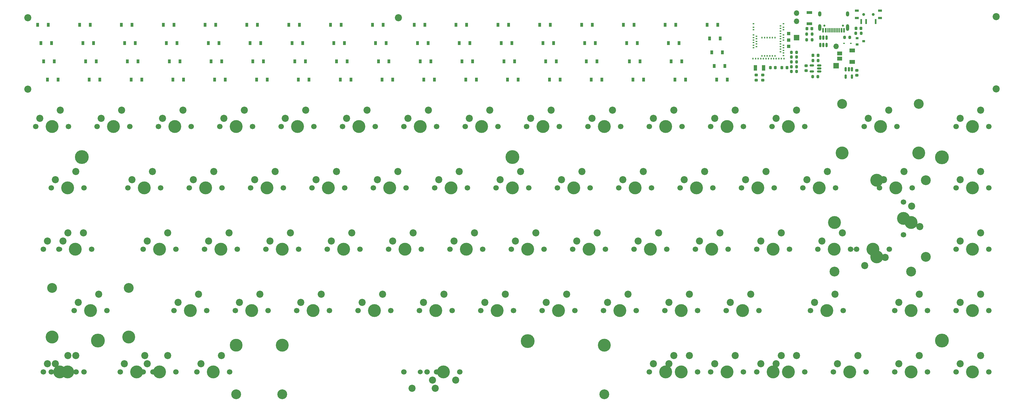
<source format=gbr>
%TF.GenerationSoftware,KiCad,Pcbnew,(5.99.0-8557-g8988e46ab1)*%
%TF.CreationDate,2021-03-07T20:49:40-07:00*%
%TF.ProjectId,SF65,53463635-2e6b-4696-9361-645f70636258,rev?*%
%TF.SameCoordinates,Original*%
%TF.FileFunction,Soldermask,Top*%
%TF.FilePolarity,Negative*%
%FSLAX46Y46*%
G04 Gerber Fmt 4.6, Leading zero omitted, Abs format (unit mm)*
G04 Created by KiCad (PCBNEW (5.99.0-8557-g8988e46ab1)) date 2021-03-07 20:49:40*
%MOMM*%
%LPD*%
G01*
G04 APERTURE LIST*
G04 Aperture macros list*
%AMRoundRect*
0 Rectangle with rounded corners*
0 $1 Rounding radius*
0 $2 $3 $4 $5 $6 $7 $8 $9 X,Y pos of 4 corners*
0 Add a 4 corners polygon primitive as box body*
4,1,4,$2,$3,$4,$5,$6,$7,$8,$9,$2,$3,0*
0 Add four circle primitives for the rounded corners*
1,1,$1+$1,$2,$3*
1,1,$1+$1,$4,$5*
1,1,$1+$1,$6,$7*
1,1,$1+$1,$8,$9*
0 Add four rect primitives between the rounded corners*
20,1,$1+$1,$2,$3,$4,$5,0*
20,1,$1+$1,$4,$5,$6,$7,0*
20,1,$1+$1,$6,$7,$8,$9,0*
20,1,$1+$1,$8,$9,$2,$3,0*%
G04 Aperture macros list end*
%ADD10R,0.900000X1.200000*%
%ADD11C,1.700000*%
%ADD12C,4.000000*%
%ADD13C,2.200000*%
%ADD14C,4.300000*%
%ADD15RoundRect,0.200000X-0.200000X-0.275000X0.200000X-0.275000X0.200000X0.275000X-0.200000X0.275000X0*%
%ADD16RoundRect,0.200000X0.200000X0.275000X-0.200000X0.275000X-0.200000X-0.275000X0.200000X-0.275000X0*%
%ADD17RoundRect,0.150000X-0.150000X0.512500X-0.150000X-0.512500X0.150000X-0.512500X0.150000X0.512500X0*%
%ADD18R,1.000000X1.000000*%
%ADD19RoundRect,0.225000X-0.250000X0.225000X-0.250000X-0.225000X0.250000X-0.225000X0.250000X0.225000X0*%
%ADD20C,1.524000*%
%ADD21C,3.050000*%
%ADD22R,1.000000X1.800000*%
%ADD23RoundRect,0.225000X0.225000X0.250000X-0.225000X0.250000X-0.225000X-0.250000X0.225000X-0.250000X0*%
%ADD24RoundRect,0.218750X0.218750X0.256250X-0.218750X0.256250X-0.218750X-0.256250X0.218750X-0.256250X0*%
%ADD25R,1.700000X1.700000*%
%ADD26O,1.700000X1.700000*%
%ADD27RoundRect,0.150000X0.512500X0.150000X-0.512500X0.150000X-0.512500X-0.150000X0.512500X-0.150000X0*%
%ADD28R,0.600000X0.400000*%
%ADD29R,0.400000X0.600000*%
%ADD30R,1.550000X1.200000*%
%ADD31R,1.800000X1.200000*%
%ADD32R,0.600000X0.450000*%
%ADD33C,0.650000*%
%ADD34R,0.600000X1.450000*%
%ADD35R,0.300000X1.450000*%
%ADD36O,1.000000X2.100000*%
%ADD37O,1.000000X1.600000*%
%ADD38C,0.900000*%
%ADD39R,0.600000X1.524000*%
%ADD40R,1.200000X0.700000*%
%ADD41RoundRect,0.225000X0.250000X-0.225000X0.250000X0.225000X-0.250000X0.225000X-0.250000X-0.225000X0*%
%ADD42C,3.048000*%
%ADD43C,3.987800*%
%ADD44RoundRect,0.225000X-0.225000X-0.250000X0.225000X-0.250000X0.225000X0.250000X-0.225000X0.250000X0*%
%ADD45R,0.900000X0.800000*%
%ADD46R,1.700000X0.900000*%
G04 APERTURE END LIST*
D10*
%TO.C,D59*%
X200760000Y-7796666D03*
X197460000Y-7796666D03*
%TD*%
D11*
%TO.C,SW55*%
X222280000Y-90805000D03*
X232440000Y-90805000D03*
D12*
X227360000Y-90805000D03*
D13*
X229900000Y-85725000D03*
X223550000Y-88265000D03*
%TD*%
D14*
%TO.C,H10*%
X46322500Y-100180000D03*
%TD*%
D10*
%TO.C,D33*%
X123690273Y-13463332D03*
X120390273Y-13463332D03*
%TD*%
D15*
%TO.C,R7*%
X261575000Y-16630000D03*
X263225000Y-16630000D03*
%TD*%
D16*
%TO.C,R11*%
X283260000Y-4730000D03*
X281610000Y-4730000D03*
%TD*%
D11*
%TO.C,SW19*%
X103852500Y-52705000D03*
D12*
X98772500Y-52705000D03*
D11*
X93692500Y-52705000D03*
D13*
X101312500Y-47625000D03*
X94962500Y-50165000D03*
%TD*%
D16*
%TO.C,R1*%
X263225000Y-15130000D03*
X261575000Y-15130000D03*
%TD*%
D15*
%TO.C,R8*%
X268187500Y-18192500D03*
X269837500Y-18192500D03*
%TD*%
D17*
%TO.C,U4*%
X272485000Y-6092500D03*
X271535000Y-6092500D03*
X270585000Y-6092500D03*
X270585000Y-8367500D03*
X271535000Y-8367500D03*
X272485000Y-8367500D03*
%TD*%
D10*
%TO.C,D8*%
X59897500Y-19130000D03*
X56597500Y-19130000D03*
%TD*%
D18*
%TO.C,TP2*%
X260735000Y-6830000D03*
%TD*%
D11*
%TO.C,SW17*%
X60355000Y-109855000D03*
X70515000Y-109855000D03*
D12*
X65435000Y-109855000D03*
D13*
X67975000Y-104775000D03*
X61625000Y-107315000D03*
%TD*%
D19*
%TO.C,C4*%
X266212500Y-14817500D03*
X266212500Y-16367500D03*
%TD*%
D11*
%TO.C,SW8*%
X46067500Y-33655000D03*
X56227500Y-33655000D03*
D12*
X51147500Y-33655000D03*
D13*
X53687500Y-28575000D03*
X47337500Y-31115000D03*
%TD*%
D10*
%TO.C,D55*%
X187772500Y-7796666D03*
X184472500Y-7796666D03*
%TD*%
D12*
%TO.C,SW44*%
X222597500Y-109855000D03*
D11*
X217517500Y-109855000D03*
X227677500Y-109855000D03*
D13*
X225137500Y-104775000D03*
X218787500Y-107315000D03*
%TD*%
D11*
%TO.C,SW46*%
X198467500Y-33655000D03*
D12*
X203547500Y-33655000D03*
D11*
X208627500Y-33655000D03*
D13*
X206087500Y-28575000D03*
X199737500Y-31115000D03*
%TD*%
D11*
%TO.C,SW1*%
X39558750Y-71755000D03*
D20*
X34478750Y-71755000D03*
D11*
X29398750Y-71755000D03*
D13*
X37018750Y-66675000D03*
X30668750Y-69215000D03*
%TD*%
D11*
%TO.C,SW35*%
X156240000Y-90805000D03*
X146080000Y-90805000D03*
D12*
X151160000Y-90805000D03*
D13*
X153700000Y-85725000D03*
X147350000Y-88265000D03*
%TD*%
D11*
%TO.C,SW5*%
X38923750Y-90805000D03*
D12*
X55903750Y-99045000D03*
D11*
X49083750Y-90805000D03*
D12*
X44003750Y-90805000D03*
D21*
X32103750Y-83805000D03*
D12*
X32103750Y-99045000D03*
D21*
X55903750Y-83805000D03*
D13*
X46543750Y-85725000D03*
X40193750Y-88265000D03*
%TD*%
D10*
%TO.C,D47*%
X163797500Y-19130000D03*
X160497500Y-19130000D03*
%TD*%
D11*
%TO.C,SW60*%
X241330000Y-90805000D03*
D12*
X246410000Y-90805000D03*
D11*
X251490000Y-90805000D03*
D13*
X248950000Y-85725000D03*
X242600000Y-88265000D03*
%TD*%
D11*
%TO.C,SW47*%
X218152500Y-52705000D03*
X207992500Y-52705000D03*
D12*
X213072500Y-52705000D03*
D13*
X215612500Y-47625000D03*
X209262500Y-50165000D03*
%TD*%
D11*
%TO.C,SW40*%
X189577500Y-33655000D03*
D12*
X184497500Y-33655000D03*
D11*
X179417500Y-33655000D03*
D13*
X187037500Y-28575000D03*
X180687500Y-31115000D03*
%TD*%
D10*
%TO.C,D61*%
X240222500Y-10630000D03*
X236922500Y-10630000D03*
%TD*%
D12*
%TO.C,SW34*%
X160685000Y-71755000D03*
D11*
X155605000Y-71755000D03*
X165765000Y-71755000D03*
D13*
X163225000Y-66675000D03*
X156875000Y-69215000D03*
%TD*%
%TO.C,H2*%
X325172500Y-22030000D03*
%TD*%
D11*
%TO.C,SW43*%
X184180000Y-90805000D03*
X194340000Y-90805000D03*
D12*
X189260000Y-90805000D03*
D13*
X191800000Y-85725000D03*
X185450000Y-88265000D03*
%TD*%
D10*
%TO.C,D71*%
X241722500Y-19130000D03*
X238422500Y-19130000D03*
%TD*%
%TO.C,D37*%
X136677187Y-13463332D03*
X133377187Y-13463332D03*
%TD*%
%TO.C,D57*%
X189772500Y-19130000D03*
X186472500Y-19130000D03*
%TD*%
D12*
%TO.C,SW53*%
X232122500Y-52705000D03*
D11*
X227042500Y-52705000D03*
X237202500Y-52705000D03*
D13*
X234662500Y-47625000D03*
X228312500Y-50165000D03*
%TD*%
D10*
%TO.C,D4*%
X43910000Y-2130000D03*
X40610000Y-2130000D03*
%TD*%
D12*
%TO.C,SW12*%
X70197500Y-33655000D03*
D11*
X65117500Y-33655000D03*
X75277500Y-33655000D03*
D13*
X72737500Y-28575000D03*
X66387500Y-31115000D03*
%TD*%
D11*
%TO.C,SW75*%
X312767500Y-90805000D03*
X322927500Y-90805000D03*
D12*
X317847500Y-90805000D03*
D13*
X320387500Y-85725000D03*
X314037500Y-88265000D03*
%TD*%
D22*
%TO.C,Y1*%
X250450000Y-15500000D03*
X252950000Y-15500000D03*
%TD*%
D10*
%TO.C,D23*%
X96860000Y-7796666D03*
X93560000Y-7796666D03*
%TD*%
D23*
%TO.C,C3*%
X260210000Y-15430000D03*
X258660000Y-15430000D03*
%TD*%
D11*
%TO.C,SW52*%
X217517500Y-33655000D03*
D12*
X222597500Y-33655000D03*
D11*
X227677500Y-33655000D03*
D13*
X225137500Y-28575000D03*
X218787500Y-31115000D03*
%TD*%
D24*
%TO.C,D1*%
X267987500Y-3330000D03*
X266412500Y-3330000D03*
%TD*%
D11*
%TO.C,SW42*%
X193705000Y-71755000D03*
X203865000Y-71755000D03*
D12*
X198785000Y-71755000D03*
D13*
X201325000Y-66675000D03*
X194975000Y-69215000D03*
%TD*%
D12*
%TO.C,SW73*%
X317847500Y-52705000D03*
D11*
X312767500Y-52705000D03*
X322927500Y-52705000D03*
D13*
X320387500Y-47625000D03*
X314037500Y-50165000D03*
%TD*%
D10*
%TO.C,D68*%
X226735000Y-7796666D03*
X223435000Y-7796666D03*
%TD*%
%TO.C,D42*%
X150810000Y-19130000D03*
X147510000Y-19130000D03*
%TD*%
%TO.C,D31*%
X121835000Y-2130000D03*
X118535000Y-2130000D03*
%TD*%
%TO.C,D26*%
X108847500Y-2130000D03*
X105547500Y-2130000D03*
%TD*%
%TO.C,D40*%
X148810000Y-7796666D03*
X145510000Y-7796666D03*
%TD*%
D25*
%TO.C,J3*%
X275500000Y-14830000D03*
D26*
X275500000Y-8830000D03*
%TD*%
D17*
%TO.C,U2*%
X280385000Y-15930000D03*
X279435000Y-15930000D03*
X278485000Y-15930000D03*
X278485000Y-18205000D03*
X280385000Y-18205000D03*
%TD*%
D11*
%TO.C,SW69*%
X293717500Y-90805000D03*
D12*
X298797500Y-90805000D03*
D11*
X303877500Y-90805000D03*
D13*
X301337500Y-85725000D03*
X294987500Y-88265000D03*
%TD*%
D11*
%TO.C,SW20*%
X98455000Y-71755000D03*
D12*
X103535000Y-71755000D03*
D11*
X108615000Y-71755000D03*
D13*
X106075000Y-66675000D03*
X99725000Y-69215000D03*
%TD*%
D27*
%TO.C,U1*%
X270250000Y-16630000D03*
X270250000Y-15680000D03*
X270250000Y-14730000D03*
X267975000Y-14730000D03*
X267975000Y-16630000D03*
%TD*%
D18*
%TO.C,TP3*%
X260735000Y-4830000D03*
%TD*%
D12*
%TO.C,SW63*%
X272603750Y-90805000D03*
D11*
X277683750Y-90805000D03*
X267523750Y-90805000D03*
D13*
X275143750Y-85725000D03*
X268793750Y-88265000D03*
%TD*%
D10*
%TO.C,D24*%
X97716445Y-13463332D03*
X94416445Y-13463332D03*
%TD*%
%TO.C,D35*%
X134822500Y-2130000D03*
X131522500Y-2130000D03*
%TD*%
D28*
%TO.C,U3*%
X249850000Y-1750000D03*
X249850000Y-2850000D03*
X249850000Y-3650000D03*
X249850000Y-5250000D03*
X250750000Y-5650000D03*
X249850000Y-6050000D03*
X250750000Y-6450000D03*
X249850000Y-6850000D03*
X250750000Y-7250000D03*
X249850000Y-7650000D03*
X250750000Y-8050000D03*
X249850000Y-8450000D03*
X250750000Y-8850000D03*
X249850000Y-9250000D03*
D29*
X249700000Y-12650000D03*
X250500000Y-12650000D03*
X251300000Y-12650000D03*
X252100000Y-12650000D03*
X252500000Y-11750000D03*
X252900000Y-12650000D03*
X253300000Y-11750000D03*
X253700000Y-12650000D03*
X254100000Y-11750000D03*
X254500000Y-12650000D03*
X254900000Y-11750000D03*
X255300000Y-12650000D03*
X255700000Y-11750000D03*
X256100000Y-12650000D03*
X256500000Y-11750000D03*
X256900000Y-12650000D03*
X257700000Y-12650000D03*
X258500000Y-12650000D03*
X259300000Y-12650000D03*
D28*
X259150000Y-11650000D03*
X259150000Y-10850000D03*
X258250000Y-10450000D03*
X259150000Y-10050000D03*
X258250000Y-9650000D03*
X259150000Y-9250000D03*
X258250000Y-8850000D03*
X259150000Y-8450000D03*
X258250000Y-8050000D03*
X258250000Y-7250000D03*
X259150000Y-6850000D03*
X258250000Y-6450000D03*
X259150000Y-6050000D03*
X258250000Y-5650000D03*
X259150000Y-5250000D03*
X258250000Y-4850000D03*
X258250000Y-4050000D03*
X259150000Y-3650000D03*
X258250000Y-3250000D03*
X259150000Y-2850000D03*
X258250000Y-2450000D03*
X259150000Y-1750000D03*
D29*
X252500000Y-6050000D03*
X253300000Y-6050000D03*
X254100000Y-6050000D03*
X254900000Y-6050000D03*
X255700000Y-6050000D03*
X256500000Y-6050000D03*
%TD*%
D24*
%TO.C,D3*%
X269875000Y-11592500D03*
X268300000Y-11592500D03*
%TD*%
D13*
%TO.C,H5*%
X24572500Y70000D03*
%TD*%
D10*
%TO.C,D45*%
X161797500Y-7796666D03*
X158497500Y-7796666D03*
%TD*%
%TO.C,D30*%
X32781875Y-13463332D03*
X29481875Y-13463332D03*
%TD*%
D16*
%TO.C,R9*%
X263225000Y-12130000D03*
X261575000Y-12130000D03*
%TD*%
D14*
%TO.C,H6*%
X41322500Y-43180000D03*
%TD*%
D30*
%TO.C,J2*%
X276625000Y-12630000D03*
X276625000Y-11030000D03*
D31*
X280500000Y-13630000D03*
X280500000Y-10030000D03*
%TD*%
D10*
%TO.C,D18*%
X82872500Y-2130000D03*
X79572500Y-2130000D03*
%TD*%
D13*
%TO.C,H4*%
X24572500Y-22130000D03*
%TD*%
D10*
%TO.C,D48*%
X238722500Y-2130000D03*
X235422500Y-2130000D03*
%TD*%
%TO.C,D14*%
X70885000Y-7796666D03*
X67585000Y-7796666D03*
%TD*%
D14*
%TO.C,H11*%
X179735000Y-100330000D03*
%TD*%
D10*
%TO.C,D43*%
X33922500Y-19130000D03*
X30622500Y-19130000D03*
%TD*%
%TO.C,D53*%
X239472500Y-6380000D03*
X236172500Y-6380000D03*
%TD*%
%TO.C,D28*%
X110703359Y-13463332D03*
X107403359Y-13463332D03*
%TD*%
D32*
%TO.C,D2*%
X277950000Y-7830000D03*
X280050000Y-7830000D03*
%TD*%
D10*
%TO.C,D25*%
X98860000Y-19130000D03*
X95560000Y-19130000D03*
%TD*%
%TO.C,D44*%
X160797500Y-2130000D03*
X157497500Y-2130000D03*
%TD*%
D12*
%TO.C,SW3*%
X36860000Y-52705000D03*
D11*
X41940000Y-52705000D03*
X31780000Y-52705000D03*
D13*
X39400000Y-47625000D03*
X33050000Y-50165000D03*
%TD*%
D16*
%TO.C,R5*%
X268025000Y-5030000D03*
X266375000Y-5030000D03*
%TD*%
D10*
%TO.C,D49*%
X173785000Y-2130000D03*
X170485000Y-2130000D03*
%TD*%
D11*
%TO.C,SW30*%
X148461250Y-109855000D03*
D12*
X153541250Y-109855000D03*
X103541250Y-101615000D03*
D11*
X158621250Y-109855000D03*
D21*
X203541250Y-116855000D03*
X103541250Y-116855000D03*
D12*
X203541250Y-101615000D03*
D13*
X151001250Y-114935000D03*
X157351250Y-112395000D03*
%TD*%
D10*
%TO.C,D22*%
X95860000Y-2130000D03*
X92560000Y-2130000D03*
%TD*%
%TO.C,D69*%
X227585585Y-13463332D03*
X224285585Y-13463332D03*
%TD*%
D33*
%TO.C,J1*%
X277604456Y-2397458D03*
X271824456Y-2397458D03*
D34*
X277964456Y-3842458D03*
X277164456Y-3842458D03*
D35*
X275964456Y-3842458D03*
X274964456Y-3842458D03*
X274464456Y-3842458D03*
X273464456Y-3842458D03*
D34*
X272264456Y-3842458D03*
X271464456Y-3842458D03*
X271464456Y-3842458D03*
X272264456Y-3842458D03*
D35*
X272964456Y-3842458D03*
X273964456Y-3842458D03*
X275464456Y-3842458D03*
X276464456Y-3842458D03*
D34*
X277164456Y-3842458D03*
X277964456Y-3842458D03*
D36*
X270394456Y-2927458D03*
D37*
X270394456Y1252542D03*
D36*
X279034456Y-2927458D03*
D37*
X279034456Y1252542D03*
%TD*%
D10*
%TO.C,D56*%
X188624843Y-13463332D03*
X185324843Y-13463332D03*
%TD*%
D12*
%TO.C,SW23*%
X117822500Y-52705000D03*
D11*
X112742500Y-52705000D03*
X122902500Y-52705000D03*
D13*
X120362500Y-47625000D03*
X114012500Y-50165000D03*
%TD*%
D11*
%TO.C,SW51*%
X250855000Y-109855000D03*
D12*
X255935000Y-109855000D03*
D11*
X261015000Y-109855000D03*
D13*
X258475000Y-104775000D03*
X252125000Y-107315000D03*
%TD*%
D16*
%TO.C,R6*%
X269912500Y-13192500D03*
X268262500Y-13192500D03*
%TD*%
D38*
%TO.C,BATT1*%
X284035000Y1120000D03*
X287035000Y1120000D03*
D39*
X287785000Y-1130000D03*
X284785000Y-1130000D03*
X283285000Y-1130000D03*
D40*
X289135000Y-30000D03*
X281935000Y2270000D03*
X289135000Y2270000D03*
X281935000Y-30000D03*
%TD*%
D10*
%TO.C,D29*%
X111847500Y-19130000D03*
X108547500Y-19130000D03*
%TD*%
%TO.C,D11*%
X58755703Y-13463332D03*
X55455703Y-13463332D03*
%TD*%
D11*
%TO.C,SW64*%
X274667500Y-109855000D03*
D12*
X279747500Y-109855000D03*
D11*
X284827500Y-109855000D03*
D13*
X282287500Y-104775000D03*
X275937500Y-107315000D03*
%TD*%
D10*
%TO.C,D72*%
X201260000Y-13463332D03*
X197960000Y-13463332D03*
%TD*%
D41*
%TO.C,C6*%
X250700000Y-19275000D03*
X250700000Y-17725000D03*
%TD*%
D11*
%TO.C,SW28*%
X146715000Y-71755000D03*
D12*
X141635000Y-71755000D03*
D11*
X136555000Y-71755000D03*
D13*
X144175000Y-66675000D03*
X137825000Y-69215000D03*
%TD*%
D10*
%TO.C,D60*%
X202760000Y-19130000D03*
X199460000Y-19130000D03*
%TD*%
D42*
%TO.C,SW31*%
X203547500Y-116840000D03*
D11*
X141317500Y-109855000D03*
D43*
X89247500Y-101600000D03*
D20*
X146397500Y-109855000D03*
D11*
X151477500Y-109855000D03*
D42*
X89247500Y-116840000D03*
D43*
X203547500Y-101600000D03*
D13*
X143857500Y-114935000D03*
X150207500Y-112395000D03*
%TD*%
D11*
%TO.C,SW24*%
X127665000Y-71755000D03*
X117505000Y-71755000D03*
D12*
X122585000Y-71755000D03*
D13*
X125125000Y-66675000D03*
X118775000Y-69215000D03*
%TD*%
D10*
%TO.C,D19*%
X83872500Y-7796666D03*
X80572500Y-7796666D03*
%TD*%
D12*
%TO.C,SW18*%
X89247500Y-33655000D03*
D11*
X84167500Y-33655000D03*
X94327500Y-33655000D03*
D13*
X91787500Y-28575000D03*
X85437500Y-31115000D03*
%TD*%
D14*
%TO.C,H1*%
X174972500Y-43180000D03*
%TD*%
D11*
%TO.C,SW76*%
X322927500Y-109855000D03*
D12*
X317847500Y-109855000D03*
D11*
X312767500Y-109855000D03*
D13*
X320387500Y-104775000D03*
X314037500Y-107315000D03*
%TD*%
D10*
%TO.C,D62*%
X212747500Y-2130000D03*
X209447500Y-2130000D03*
%TD*%
D11*
%TO.C,SW39*%
X165130000Y-90805000D03*
X175290000Y-90805000D03*
D12*
X170210000Y-90805000D03*
D13*
X172750000Y-85725000D03*
X166400000Y-88265000D03*
%TD*%
D10*
%TO.C,D6*%
X45768789Y-13463332D03*
X42468789Y-13463332D03*
%TD*%
D11*
%TO.C,SW59*%
X261015000Y-71755000D03*
D12*
X255935000Y-71755000D03*
D11*
X250855000Y-71755000D03*
D13*
X258475000Y-66675000D03*
X252125000Y-69215000D03*
%TD*%
D11*
%TO.C,SW13*%
X84802500Y-52705000D03*
X74642500Y-52705000D03*
D12*
X79722500Y-52705000D03*
D13*
X82262500Y-47625000D03*
X75912500Y-50165000D03*
%TD*%
D10*
%TO.C,D52*%
X176785000Y-19130000D03*
X173485000Y-19130000D03*
%TD*%
%TO.C,D7*%
X46910000Y-19130000D03*
X43610000Y-19130000D03*
%TD*%
%TO.C,D63*%
X213747500Y-7796666D03*
X210447500Y-7796666D03*
%TD*%
%TO.C,D51*%
X175637929Y-13463332D03*
X172337929Y-13463332D03*
%TD*%
%TO.C,D67*%
X225735000Y-2130000D03*
X222435000Y-2130000D03*
%TD*%
%TO.C,D64*%
X214598671Y-13463332D03*
X211298671Y-13463332D03*
%TD*%
D12*
%TO.C,SW6*%
X34478750Y-109855000D03*
D11*
X29398750Y-109855000D03*
X39558750Y-109855000D03*
D13*
X37018750Y-104775000D03*
X30668750Y-107315000D03*
%TD*%
D15*
%TO.C,R3*%
X278110000Y-6030000D03*
X279760000Y-6030000D03*
%TD*%
D11*
%TO.C,SW77*%
X269855000Y-71755000D03*
X280015000Y-71755000D03*
D12*
X274935000Y-71755000D03*
D13*
X277475000Y-66675000D03*
X271125000Y-69215000D03*
%TD*%
D10*
%TO.C,D20*%
X84729531Y-13463332D03*
X81429531Y-13463332D03*
%TD*%
D11*
%TO.C,SW9*%
X55592500Y-52705000D03*
D12*
X60672500Y-52705000D03*
D11*
X65752500Y-52705000D03*
D13*
X63212500Y-47625000D03*
X56862500Y-50165000D03*
%TD*%
D12*
%TO.C,SW22*%
X108297500Y-33655000D03*
D11*
X103217500Y-33655000D03*
X113377500Y-33655000D03*
D13*
X110837500Y-28575000D03*
X104487500Y-31115000D03*
%TD*%
D10*
%TO.C,D12*%
X30922500Y-2130000D03*
X27622500Y-2130000D03*
%TD*%
D44*
%TO.C,C1*%
X255060000Y-15405000D03*
X256610000Y-15405000D03*
%TD*%
D12*
%TO.C,SW2*%
X32097500Y-33655000D03*
D11*
X27017500Y-33655000D03*
X37177500Y-33655000D03*
D13*
X34637500Y-28575000D03*
X28287500Y-31115000D03*
%TD*%
D11*
%TO.C,SW41*%
X188942500Y-52705000D03*
X199102500Y-52705000D03*
D12*
X194022500Y-52705000D03*
D13*
X196562500Y-47625000D03*
X190212500Y-50165000D03*
%TD*%
D11*
%TO.C,SW36*%
X170527500Y-33655000D03*
X160367500Y-33655000D03*
D12*
X165447500Y-33655000D03*
D13*
X167987500Y-28575000D03*
X161637500Y-31115000D03*
%TD*%
D10*
%TO.C,D21*%
X85872500Y-19130000D03*
X82572500Y-19130000D03*
%TD*%
%TO.C,D15*%
X71742617Y-13463332D03*
X68442617Y-13463332D03*
%TD*%
%TO.C,D58*%
X199760000Y-2130000D03*
X196460000Y-2130000D03*
%TD*%
%TO.C,D10*%
X57897500Y-7796666D03*
X54597500Y-7796666D03*
%TD*%
%TO.C,D13*%
X69885000Y-2130000D03*
X66585000Y-2130000D03*
%TD*%
D11*
%TO.C,SW26*%
X122267500Y-33655000D03*
X132427500Y-33655000D03*
D12*
X127347500Y-33655000D03*
D13*
X129887500Y-28575000D03*
X123537500Y-31115000D03*
%TD*%
D10*
%TO.C,D50*%
X174785000Y-7796666D03*
X171485000Y-7796666D03*
%TD*%
D12*
%TO.C,SW14*%
X84485000Y-71755000D03*
D11*
X89565000Y-71755000D03*
X79405000Y-71755000D03*
D13*
X87025000Y-66675000D03*
X80675000Y-69215000D03*
%TD*%
D11*
%TO.C,SW68*%
X291971250Y-71755000D03*
D21*
X274991250Y-78755000D03*
D12*
X286891250Y-71755000D03*
D11*
X281811250Y-71755000D03*
D12*
X298791250Y-63515000D03*
X274991250Y-63515000D03*
D21*
X298791250Y-78755000D03*
D13*
X284351250Y-76835000D03*
X290701250Y-74295000D03*
%TD*%
D10*
%TO.C,D32*%
X122835000Y-7796666D03*
X119535000Y-7796666D03*
%TD*%
D11*
%TO.C,SW15*%
X69880000Y-90805000D03*
X80040000Y-90805000D03*
D12*
X74960000Y-90805000D03*
D13*
X77500000Y-85725000D03*
X71150000Y-88265000D03*
%TD*%
D10*
%TO.C,D54*%
X186772500Y-2130000D03*
X183472500Y-2130000D03*
%TD*%
D13*
%TO.C,H7*%
X139572500Y70000D03*
%TD*%
D10*
%TO.C,D38*%
X137822500Y-19130000D03*
X134522500Y-19130000D03*
%TD*%
D12*
%TO.C,SW71*%
X288146250Y-50330000D03*
D42*
X303386250Y-74130000D03*
D11*
X296416250Y-67310000D03*
D12*
X296416250Y-62230000D03*
D11*
X296416250Y-57150000D03*
D42*
X303386250Y-50330000D03*
D12*
X288146250Y-74130000D03*
D13*
X301496250Y-64770000D03*
X298956250Y-58420000D03*
%TD*%
D14*
%TO.C,H8*%
X308322500Y-100180000D03*
%TD*%
D10*
%TO.C,D46*%
X162651015Y-13463332D03*
X159351015Y-13463332D03*
%TD*%
D13*
%TO.C,H3*%
X325172500Y470000D03*
%TD*%
D10*
%TO.C,D27*%
X109847500Y-7796666D03*
X106547500Y-7796666D03*
%TD*%
D11*
%TO.C,SW16*%
X77023750Y-109855000D03*
X87183750Y-109855000D03*
D12*
X82103750Y-109855000D03*
D13*
X84643750Y-104775000D03*
X78293750Y-107315000D03*
%TD*%
D45*
%TO.C,Q1*%
X282035000Y-6280000D03*
X282035000Y-8180000D03*
X284035000Y-7230000D03*
%TD*%
D12*
%TO.C,SW61*%
X260697500Y-33655000D03*
D11*
X265777500Y-33655000D03*
X255617500Y-33655000D03*
D13*
X263237500Y-28575000D03*
X256887500Y-31115000D03*
%TD*%
D12*
%TO.C,SW27*%
X136872500Y-52705000D03*
D11*
X141952500Y-52705000D03*
X131792500Y-52705000D03*
D13*
X139412500Y-47625000D03*
X133062500Y-50165000D03*
%TD*%
D12*
%TO.C,SW67*%
X294035000Y-52705000D03*
D11*
X299115000Y-52705000D03*
X288955000Y-52705000D03*
D13*
X296575000Y-47625000D03*
X290225000Y-50165000D03*
%TD*%
D16*
%TO.C,R4*%
X268025000Y-6730000D03*
X266375000Y-6730000D03*
%TD*%
D10*
%TO.C,D39*%
X147810000Y-2130000D03*
X144510000Y-2130000D03*
%TD*%
D12*
%TO.C,SW11*%
X58291250Y-109855000D03*
D11*
X63371250Y-109855000D03*
X53211250Y-109855000D03*
D13*
X60831250Y-104775000D03*
X54481250Y-107315000D03*
%TD*%
D16*
%TO.C,R10*%
X263225000Y-10630000D03*
X261575000Y-10630000D03*
%TD*%
D11*
%TO.C,SW58*%
X246092500Y-52705000D03*
D12*
X251172500Y-52705000D03*
D11*
X256252500Y-52705000D03*
D13*
X253712500Y-47625000D03*
X247362500Y-50165000D03*
%TD*%
D11*
%TO.C,SW7*%
X31780000Y-109855000D03*
X41940000Y-109855000D03*
D12*
X36860000Y-109855000D03*
D13*
X39400000Y-104775000D03*
X33050000Y-107315000D03*
%TD*%
D11*
%TO.C,SW32*%
X151477500Y-33655000D03*
D12*
X146397500Y-33655000D03*
D11*
X141317500Y-33655000D03*
D13*
X148937500Y-28575000D03*
X142587500Y-31115000D03*
%TD*%
D11*
%TO.C,SW37*%
X180052500Y-52705000D03*
D12*
X174972500Y-52705000D03*
D11*
X169892500Y-52705000D03*
D13*
X177512500Y-47625000D03*
X171162500Y-50165000D03*
%TD*%
D11*
%TO.C,SW56*%
X255617500Y-109855000D03*
X265777500Y-109855000D03*
D12*
X260697500Y-109855000D03*
D13*
X263237500Y-104775000D03*
X256887500Y-107315000D03*
%TD*%
D41*
%TO.C,C5*%
X281935000Y-17805000D03*
X281935000Y-16255000D03*
%TD*%
D11*
%TO.C,SW57*%
X246727500Y-33655000D03*
X236567500Y-33655000D03*
D12*
X241647500Y-33655000D03*
D13*
X244187500Y-28575000D03*
X237837500Y-31115000D03*
%TD*%
D41*
%TO.C,C7*%
X252700000Y-19275000D03*
X252700000Y-17725000D03*
%TD*%
D12*
%TO.C,SW50*%
X241647500Y-109855000D03*
D11*
X246727500Y-109855000D03*
X236567500Y-109855000D03*
D13*
X244187500Y-104775000D03*
X237837500Y-107315000D03*
%TD*%
D10*
%TO.C,D17*%
X31922500Y-7796666D03*
X28622500Y-7796666D03*
%TD*%
D11*
%TO.C,SW21*%
X88930000Y-90805000D03*
D12*
X94010000Y-90805000D03*
D11*
X99090000Y-90805000D03*
D13*
X96550000Y-85725000D03*
X90200000Y-88265000D03*
%TD*%
D11*
%TO.C,SW62*%
X275302500Y-52705000D03*
X265142500Y-52705000D03*
D12*
X270222500Y-52705000D03*
D13*
X272762500Y-47625000D03*
X266412500Y-50165000D03*
%TD*%
D10*
%TO.C,D36*%
X135822500Y-7796666D03*
X132522500Y-7796666D03*
%TD*%
D11*
%TO.C,SW29*%
X127030000Y-90805000D03*
D12*
X132110000Y-90805000D03*
D11*
X137190000Y-90805000D03*
D13*
X134650000Y-85725000D03*
X128300000Y-88265000D03*
%TD*%
D14*
%TO.C,H9*%
X308322500Y-43280000D03*
%TD*%
D10*
%TO.C,D41*%
X149664101Y-13463332D03*
X146364101Y-13463332D03*
%TD*%
D23*
%TO.C,C2*%
X283210000Y-3230000D03*
X281660000Y-3230000D03*
%TD*%
D11*
%TO.C,SW38*%
X174655000Y-71755000D03*
X184815000Y-71755000D03*
D12*
X179735000Y-71755000D03*
D13*
X182275000Y-66675000D03*
X175925000Y-69215000D03*
%TD*%
D12*
%TO.C,SW48*%
X217835000Y-71755000D03*
D11*
X212755000Y-71755000D03*
X222915000Y-71755000D03*
D13*
X220375000Y-66675000D03*
X214025000Y-69215000D03*
%TD*%
D11*
%TO.C,SW33*%
X161002500Y-52705000D03*
X150842500Y-52705000D03*
D12*
X155922500Y-52705000D03*
D13*
X158462500Y-47625000D03*
X152112500Y-50165000D03*
%TD*%
D12*
%TO.C,SW49*%
X208310000Y-90805000D03*
D11*
X203230000Y-90805000D03*
X213390000Y-90805000D03*
D13*
X210850000Y-85725000D03*
X204500000Y-88265000D03*
%TD*%
D12*
%TO.C,SW72*%
X317847500Y-33655000D03*
D11*
X312767500Y-33655000D03*
X322927500Y-33655000D03*
D13*
X320387500Y-28575000D03*
X314037500Y-31115000D03*
%TD*%
D10*
%TO.C,D16*%
X72885000Y-19130000D03*
X69585000Y-19130000D03*
%TD*%
D12*
%TO.C,SW70*%
X298797500Y-109855000D03*
D11*
X303877500Y-109855000D03*
X293717500Y-109855000D03*
D13*
X301337500Y-104775000D03*
X294987500Y-107315000D03*
%TD*%
D46*
%TO.C,RESET1*%
X267200000Y-1730000D03*
X267200000Y1670000D03*
%TD*%
D25*
%TO.C,SWD/C1*%
X263200000Y-6130000D03*
D26*
X263200000Y-1050000D03*
X263200000Y1490000D03*
%TD*%
D11*
%TO.C,SW74*%
X312767500Y-71755000D03*
D12*
X317847500Y-71755000D03*
D11*
X322927500Y-71755000D03*
D13*
X320387500Y-66675000D03*
X314037500Y-69215000D03*
%TD*%
D11*
%TO.C,SW45*%
X232440000Y-109855000D03*
D12*
X227360000Y-109855000D03*
D11*
X222280000Y-109855000D03*
D13*
X229900000Y-104775000D03*
X223550000Y-107315000D03*
%TD*%
D10*
%TO.C,D9*%
X56897500Y-2130000D03*
X53597500Y-2130000D03*
%TD*%
D18*
%TO.C,TP1*%
X260735000Y-8830000D03*
%TD*%
D11*
%TO.C,SW4*%
X34161250Y-71755000D03*
D12*
X39241250Y-71755000D03*
D11*
X44321250Y-71755000D03*
D13*
X41781250Y-66675000D03*
X35431250Y-69215000D03*
%TD*%
D12*
%TO.C,SW66*%
X277372500Y-41895000D03*
D21*
X301172500Y-26655000D03*
D12*
X289272500Y-33655000D03*
D11*
X294352500Y-33655000D03*
D21*
X277372500Y-26655000D03*
D12*
X301172500Y-41895000D03*
D11*
X284192500Y-33655000D03*
D13*
X291812500Y-28575000D03*
X285462500Y-31115000D03*
%TD*%
D12*
%TO.C,SW10*%
X65435000Y-71755000D03*
D11*
X60355000Y-71755000D03*
X70515000Y-71755000D03*
D13*
X67975000Y-66675000D03*
X61625000Y-69215000D03*
%TD*%
D10*
%TO.C,D65*%
X215747500Y-19130000D03*
X212447500Y-19130000D03*
%TD*%
D12*
%TO.C,SW25*%
X113060000Y-90805000D03*
D11*
X118140000Y-90805000D03*
X107980000Y-90805000D03*
D13*
X115600000Y-85725000D03*
X109250000Y-88265000D03*
%TD*%
D10*
%TO.C,D5*%
X44910000Y-7796666D03*
X41610000Y-7796666D03*
%TD*%
%TO.C,D70*%
X228735000Y-19130000D03*
X225435000Y-19130000D03*
%TD*%
D11*
%TO.C,SW54*%
X231805000Y-71755000D03*
X241965000Y-71755000D03*
D12*
X236885000Y-71755000D03*
D13*
X239425000Y-66675000D03*
X233075000Y-69215000D03*
%TD*%
D15*
%TO.C,R2*%
X261575000Y-13630000D03*
X263225000Y-13630000D03*
%TD*%
D10*
%TO.C,D34*%
X124835000Y-19130000D03*
X121535000Y-19130000D03*
%TD*%
%TO.C,D66*%
X240972500Y-14880000D03*
X237672500Y-14880000D03*
%TD*%
G36*
X280847563Y-71576369D02*
G01*
X280848004Y-71577726D01*
X280848091Y-71578135D01*
X280855402Y-71647696D01*
X280876728Y-71686974D01*
X280919171Y-71699546D01*
X280958176Y-71678368D01*
X280964688Y-71662647D01*
X280966275Y-71661429D01*
X280968123Y-71662194D01*
X280968536Y-71663419D01*
X280967907Y-71843638D01*
X280969715Y-71852003D01*
X280969103Y-71853908D01*
X280967149Y-71854330D01*
X280966002Y-71853380D01*
X280949522Y-71823026D01*
X280907079Y-71810454D01*
X280868074Y-71831632D01*
X280855414Y-71862197D01*
X280848091Y-71931865D01*
X280848004Y-71932274D01*
X280846644Y-71936461D01*
X280845158Y-71937799D01*
X280843256Y-71937181D01*
X280842755Y-71935613D01*
X280862979Y-71760813D01*
X280863000Y-71755102D01*
X280843673Y-71577203D01*
X280844480Y-71575373D01*
X280846468Y-71575157D01*
X280847563Y-71576369D01*
G37*
M02*

</source>
